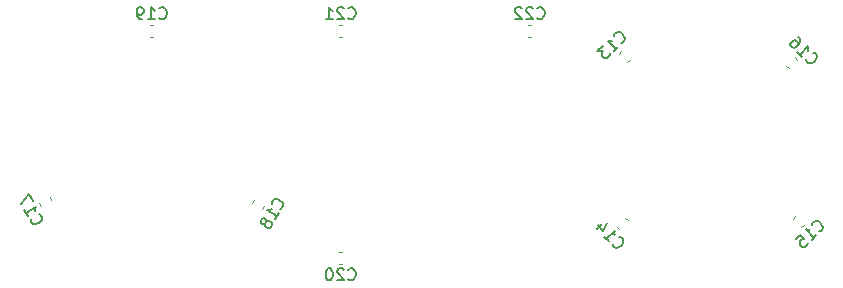
<source format=gbr>
%TF.GenerationSoftware,KiCad,Pcbnew,(5.1.10)-1*%
%TF.CreationDate,2021-12-20T17:30:05+01:00*%
%TF.ProjectId,Touchpad,546f7563-6870-4616-942e-6b696361645f,rev?*%
%TF.SameCoordinates,Original*%
%TF.FileFunction,Legend,Bot*%
%TF.FilePolarity,Positive*%
%FSLAX46Y46*%
G04 Gerber Fmt 4.6, Leading zero omitted, Abs format (unit mm)*
G04 Created by KiCad (PCBNEW (5.1.10)-1) date 2021-12-20 17:30:05*
%MOMM*%
%LPD*%
G01*
G04 APERTURE LIST*
%ADD10C,0.120000*%
%ADD11C,0.150000*%
G04 APERTURE END LIST*
D10*
%TO.C,C13*%
X187508281Y-81264470D02*
X187309470Y-81463281D01*
X188229530Y-81985719D02*
X188030719Y-82184530D01*
%TO.C,C14*%
X187118970Y-96082719D02*
X187317781Y-96281530D01*
X187840219Y-95361470D02*
X188039030Y-95560281D01*
%TO.C,C15*%
X202041470Y-95433281D02*
X202240281Y-95234470D01*
X202762719Y-96154530D02*
X202961530Y-95955719D01*
%TO.C,C16*%
X201668781Y-82692530D02*
X201469970Y-82493719D01*
X202390030Y-81971281D02*
X202191219Y-81772470D01*
%TO.C,C17*%
X139121383Y-93623254D02*
X139261963Y-93866746D01*
X138238037Y-94133254D02*
X138378617Y-94376746D01*
%TO.C,C18*%
X157121383Y-94626746D02*
X157261963Y-94383254D01*
X156238037Y-94116746D02*
X156378617Y-93873254D01*
%TO.C,C19*%
X147890580Y-80010000D02*
X147609420Y-80010000D01*
X147890580Y-78990000D02*
X147609420Y-78990000D01*
%TO.C,C20*%
X163609420Y-98240000D02*
X163890580Y-98240000D01*
X163609420Y-99260000D02*
X163890580Y-99260000D01*
%TO.C,C21*%
X163890580Y-78990000D02*
X163609420Y-78990000D01*
X163890580Y-80010000D02*
X163609420Y-80010000D01*
%TO.C,C22*%
X179890580Y-78990000D02*
X179609420Y-78990000D01*
X179890580Y-80010000D02*
X179609420Y-80010000D01*
%TO.C,C13*%
D11*
X187465443Y-80511306D02*
X187532787Y-80511306D01*
X187667474Y-80443962D01*
X187734817Y-80376619D01*
X187802161Y-80241932D01*
X187802161Y-80107245D01*
X187768489Y-80006230D01*
X187667474Y-79837871D01*
X187566459Y-79736856D01*
X187398100Y-79635840D01*
X187297085Y-79602169D01*
X187162398Y-79602169D01*
X187027711Y-79669512D01*
X186960367Y-79736856D01*
X186893024Y-79871543D01*
X186893024Y-79938886D01*
X186859352Y-81252085D02*
X187263413Y-80848024D01*
X187061382Y-81050054D02*
X186354275Y-80342947D01*
X186522634Y-80376619D01*
X186657321Y-80376619D01*
X186758337Y-80342947D01*
X185916543Y-80780680D02*
X185478810Y-81218413D01*
X185983886Y-81252085D01*
X185882871Y-81353100D01*
X185849199Y-81454115D01*
X185849199Y-81521459D01*
X185882871Y-81622474D01*
X186051230Y-81790833D01*
X186152245Y-81824504D01*
X186219588Y-81824504D01*
X186320604Y-81790833D01*
X186522634Y-81588802D01*
X186556306Y-81487787D01*
X186556306Y-81420443D01*
%TO.C,C14*%
X186769867Y-97539769D02*
X186769867Y-97607113D01*
X186837211Y-97741800D01*
X186904554Y-97809143D01*
X187039241Y-97876487D01*
X187173928Y-97876487D01*
X187274943Y-97842815D01*
X187443302Y-97741800D01*
X187544317Y-97640785D01*
X187645333Y-97472426D01*
X187679004Y-97371411D01*
X187679004Y-97236724D01*
X187611661Y-97102037D01*
X187544317Y-97034693D01*
X187409630Y-96967350D01*
X187342287Y-96967350D01*
X186029088Y-96933678D02*
X186433149Y-97337739D01*
X186231119Y-97135708D02*
X186938226Y-96428601D01*
X186904554Y-96596960D01*
X186904554Y-96731647D01*
X186938226Y-96832662D01*
X185894401Y-95856182D02*
X185422997Y-96327586D01*
X186332134Y-95755166D02*
X185995417Y-96428601D01*
X185557684Y-95990869D01*
%TO.C,C15*%
X204219769Y-96503632D02*
X204287113Y-96503632D01*
X204421800Y-96436288D01*
X204489143Y-96368945D01*
X204556487Y-96234258D01*
X204556487Y-96099571D01*
X204522815Y-95998556D01*
X204421800Y-95830197D01*
X204320785Y-95729182D01*
X204152426Y-95628166D01*
X204051411Y-95594495D01*
X203916724Y-95594495D01*
X203782037Y-95661838D01*
X203714693Y-95729182D01*
X203647350Y-95863869D01*
X203647350Y-95931212D01*
X203613678Y-97244411D02*
X204017739Y-96840350D01*
X203815708Y-97042380D02*
X203108601Y-96335273D01*
X203276960Y-96368945D01*
X203411647Y-96368945D01*
X203512663Y-96335273D01*
X202266808Y-97177067D02*
X202603525Y-96840350D01*
X202973914Y-97143395D01*
X202906571Y-97143395D01*
X202805556Y-97177067D01*
X202637197Y-97345426D01*
X202603525Y-97446441D01*
X202603525Y-97513785D01*
X202637197Y-97614800D01*
X202805556Y-97783159D01*
X202906571Y-97816830D01*
X202973914Y-97816830D01*
X203074930Y-97783159D01*
X203243288Y-97614800D01*
X203276960Y-97513785D01*
X203276960Y-97446441D01*
%TO.C,C16*%
X203143193Y-81928443D02*
X203143193Y-81995787D01*
X203210537Y-82130474D01*
X203277880Y-82197817D01*
X203412567Y-82265161D01*
X203547254Y-82265161D01*
X203648269Y-82231489D01*
X203816628Y-82130474D01*
X203917643Y-82029459D01*
X204018659Y-81861100D01*
X204052330Y-81760085D01*
X204052330Y-81625398D01*
X203984987Y-81490711D01*
X203917643Y-81423367D01*
X203782956Y-81356024D01*
X203715613Y-81356024D01*
X202402414Y-81322352D02*
X202806475Y-81726413D01*
X202604445Y-81524382D02*
X203311552Y-80817275D01*
X203277880Y-80985634D01*
X203277880Y-81120321D01*
X203311552Y-81221336D01*
X202503430Y-80009153D02*
X202638117Y-80143840D01*
X202671788Y-80244856D01*
X202671788Y-80312199D01*
X202638117Y-80480558D01*
X202537101Y-80648917D01*
X202267727Y-80918291D01*
X202166712Y-80951962D01*
X202099369Y-80951962D01*
X201998353Y-80918291D01*
X201863666Y-80783604D01*
X201829995Y-80682588D01*
X201829995Y-80615245D01*
X201863666Y-80514230D01*
X202032025Y-80345871D01*
X202133040Y-80312199D01*
X202200384Y-80312199D01*
X202301399Y-80345871D01*
X202436086Y-80480558D01*
X202469758Y-80581573D01*
X202469758Y-80648917D01*
X202436086Y-80749932D01*
%TO.C,C17*%
X137523717Y-95450302D02*
X137506288Y-95515350D01*
X137536477Y-95662878D01*
X137584096Y-95745356D01*
X137696764Y-95845265D01*
X137826861Y-95880124D01*
X137933149Y-95873745D01*
X138121916Y-95819746D01*
X138245634Y-95748317D01*
X138386782Y-95611840D01*
X138445451Y-95522982D01*
X138480310Y-95392884D01*
X138450121Y-95245356D01*
X138402502Y-95162878D01*
X138289834Y-95062969D01*
X138224785Y-95045540D01*
X136965048Y-94673134D02*
X137250762Y-95168006D01*
X137107905Y-94920570D02*
X137973931Y-94420570D01*
X137897832Y-94574478D01*
X137862972Y-94704575D01*
X137869352Y-94810863D01*
X137664407Y-93884459D02*
X137331074Y-93307109D01*
X136679334Y-94178263D01*
%TO.C,C18*%
X158619139Y-94586840D02*
X158684188Y-94569411D01*
X158796856Y-94469502D01*
X158844475Y-94387024D01*
X158874664Y-94239496D01*
X158839804Y-94109398D01*
X158781135Y-94020540D01*
X158639988Y-93884063D01*
X158516270Y-93812634D01*
X158327503Y-93758635D01*
X158221215Y-93752256D01*
X158091117Y-93787115D01*
X157978449Y-93887024D01*
X157930830Y-93969502D01*
X157900641Y-94117030D01*
X157918071Y-94182078D01*
X158225427Y-95459245D02*
X158511141Y-94964374D01*
X158368284Y-95211810D02*
X157502259Y-94711810D01*
X157673596Y-94700760D01*
X157803693Y-94665900D01*
X157892552Y-94607231D01*
X157444841Y-95668403D02*
X157451221Y-95562115D01*
X157433791Y-95497066D01*
X157375122Y-95408208D01*
X157333883Y-95384398D01*
X157227594Y-95378018D01*
X157162546Y-95395448D01*
X157073687Y-95454117D01*
X156978449Y-95619074D01*
X156972069Y-95725362D01*
X156989499Y-95790411D01*
X157048168Y-95879270D01*
X157089408Y-95903079D01*
X157195696Y-95909459D01*
X157260745Y-95892029D01*
X157349603Y-95833360D01*
X157444841Y-95668403D01*
X157533699Y-95609734D01*
X157598748Y-95592304D01*
X157705036Y-95598684D01*
X157869994Y-95693922D01*
X157928663Y-95782780D01*
X157946092Y-95847829D01*
X157939713Y-95954117D01*
X157844475Y-96119074D01*
X157755616Y-96177743D01*
X157690567Y-96195173D01*
X157584279Y-96188793D01*
X157419322Y-96093555D01*
X157360653Y-96004697D01*
X157343223Y-95939648D01*
X157349603Y-95833360D01*
%TO.C,C19*%
X148392857Y-78427142D02*
X148440476Y-78474761D01*
X148583333Y-78522380D01*
X148678571Y-78522380D01*
X148821428Y-78474761D01*
X148916666Y-78379523D01*
X148964285Y-78284285D01*
X149011904Y-78093809D01*
X149011904Y-77950952D01*
X148964285Y-77760476D01*
X148916666Y-77665238D01*
X148821428Y-77570000D01*
X148678571Y-77522380D01*
X148583333Y-77522380D01*
X148440476Y-77570000D01*
X148392857Y-77617619D01*
X147440476Y-78522380D02*
X148011904Y-78522380D01*
X147726190Y-78522380D02*
X147726190Y-77522380D01*
X147821428Y-77665238D01*
X147916666Y-77760476D01*
X148011904Y-77808095D01*
X146964285Y-78522380D02*
X146773809Y-78522380D01*
X146678571Y-78474761D01*
X146630952Y-78427142D01*
X146535714Y-78284285D01*
X146488095Y-78093809D01*
X146488095Y-77712857D01*
X146535714Y-77617619D01*
X146583333Y-77570000D01*
X146678571Y-77522380D01*
X146869047Y-77522380D01*
X146964285Y-77570000D01*
X147011904Y-77617619D01*
X147059523Y-77712857D01*
X147059523Y-77950952D01*
X147011904Y-78046190D01*
X146964285Y-78093809D01*
X146869047Y-78141428D01*
X146678571Y-78141428D01*
X146583333Y-78093809D01*
X146535714Y-78046190D01*
X146488095Y-77950952D01*
%TO.C,C20*%
X164392857Y-100537142D02*
X164440476Y-100584761D01*
X164583333Y-100632380D01*
X164678571Y-100632380D01*
X164821428Y-100584761D01*
X164916666Y-100489523D01*
X164964285Y-100394285D01*
X165011904Y-100203809D01*
X165011904Y-100060952D01*
X164964285Y-99870476D01*
X164916666Y-99775238D01*
X164821428Y-99680000D01*
X164678571Y-99632380D01*
X164583333Y-99632380D01*
X164440476Y-99680000D01*
X164392857Y-99727619D01*
X164011904Y-99727619D02*
X163964285Y-99680000D01*
X163869047Y-99632380D01*
X163630952Y-99632380D01*
X163535714Y-99680000D01*
X163488095Y-99727619D01*
X163440476Y-99822857D01*
X163440476Y-99918095D01*
X163488095Y-100060952D01*
X164059523Y-100632380D01*
X163440476Y-100632380D01*
X162821428Y-99632380D02*
X162726190Y-99632380D01*
X162630952Y-99680000D01*
X162583333Y-99727619D01*
X162535714Y-99822857D01*
X162488095Y-100013333D01*
X162488095Y-100251428D01*
X162535714Y-100441904D01*
X162583333Y-100537142D01*
X162630952Y-100584761D01*
X162726190Y-100632380D01*
X162821428Y-100632380D01*
X162916666Y-100584761D01*
X162964285Y-100537142D01*
X163011904Y-100441904D01*
X163059523Y-100251428D01*
X163059523Y-100013333D01*
X163011904Y-99822857D01*
X162964285Y-99727619D01*
X162916666Y-99680000D01*
X162821428Y-99632380D01*
%TO.C,C21*%
X164392857Y-78427142D02*
X164440476Y-78474761D01*
X164583333Y-78522380D01*
X164678571Y-78522380D01*
X164821428Y-78474761D01*
X164916666Y-78379523D01*
X164964285Y-78284285D01*
X165011904Y-78093809D01*
X165011904Y-77950952D01*
X164964285Y-77760476D01*
X164916666Y-77665238D01*
X164821428Y-77570000D01*
X164678571Y-77522380D01*
X164583333Y-77522380D01*
X164440476Y-77570000D01*
X164392857Y-77617619D01*
X164011904Y-77617619D02*
X163964285Y-77570000D01*
X163869047Y-77522380D01*
X163630952Y-77522380D01*
X163535714Y-77570000D01*
X163488095Y-77617619D01*
X163440476Y-77712857D01*
X163440476Y-77808095D01*
X163488095Y-77950952D01*
X164059523Y-78522380D01*
X163440476Y-78522380D01*
X162488095Y-78522380D02*
X163059523Y-78522380D01*
X162773809Y-78522380D02*
X162773809Y-77522380D01*
X162869047Y-77665238D01*
X162964285Y-77760476D01*
X163059523Y-77808095D01*
%TO.C,C22*%
X180392857Y-78427142D02*
X180440476Y-78474761D01*
X180583333Y-78522380D01*
X180678571Y-78522380D01*
X180821428Y-78474761D01*
X180916666Y-78379523D01*
X180964285Y-78284285D01*
X181011904Y-78093809D01*
X181011904Y-77950952D01*
X180964285Y-77760476D01*
X180916666Y-77665238D01*
X180821428Y-77570000D01*
X180678571Y-77522380D01*
X180583333Y-77522380D01*
X180440476Y-77570000D01*
X180392857Y-77617619D01*
X180011904Y-77617619D02*
X179964285Y-77570000D01*
X179869047Y-77522380D01*
X179630952Y-77522380D01*
X179535714Y-77570000D01*
X179488095Y-77617619D01*
X179440476Y-77712857D01*
X179440476Y-77808095D01*
X179488095Y-77950952D01*
X180059523Y-78522380D01*
X179440476Y-78522380D01*
X179059523Y-77617619D02*
X179011904Y-77570000D01*
X178916666Y-77522380D01*
X178678571Y-77522380D01*
X178583333Y-77570000D01*
X178535714Y-77617619D01*
X178488095Y-77712857D01*
X178488095Y-77808095D01*
X178535714Y-77950952D01*
X179107142Y-78522380D01*
X178488095Y-78522380D01*
%TD*%
M02*

</source>
